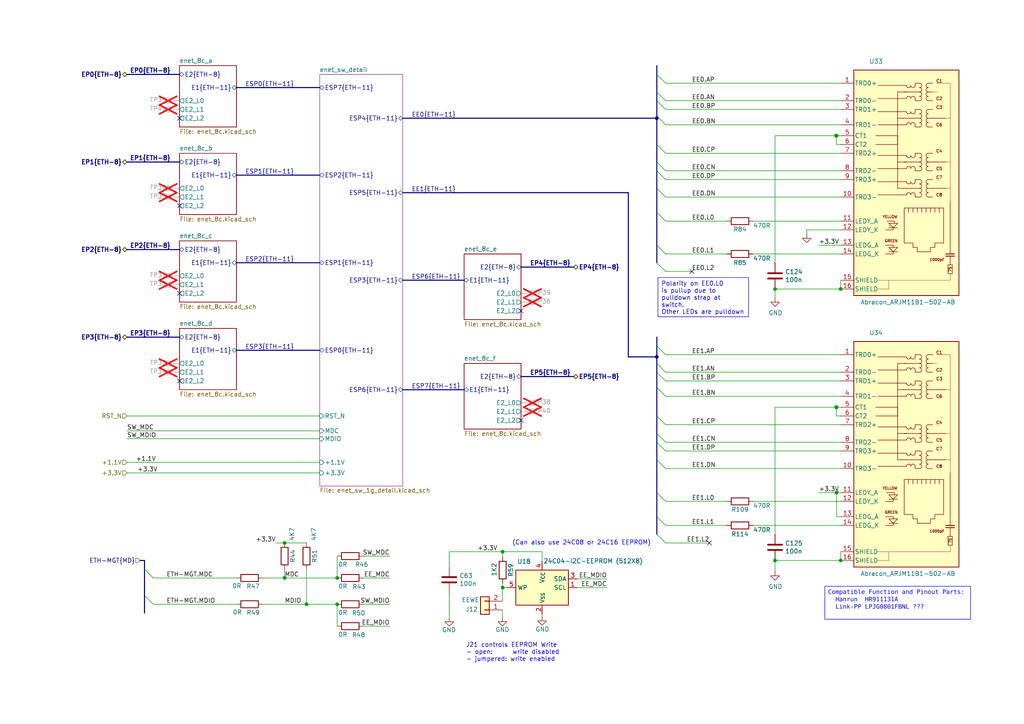
<source format=kicad_sch>
(kicad_sch (version 20231120) (generator "eeschema") (generator_version "8.0")
  (paper "A4")
  (title_block (title "Hexa-Pi") (date "2024-01/02") (rev "1.0") (company "Coxyz") (comment 1 "fjc"))
  (lib_symbols
    (symbol "CM4IO:Abracon_ARJM11B1-502-AB" (pin_names (offset 0.254))
      (property "Reference" "U" (at -2.54 67.31 0))
      (property "Value" "Abracon_ARJM11B1-502-AB" (at 0 -1.905 0))
      (symbol "Abracon_ARJM11B1-502-AB_0_1"
        (polyline (pts (xy 8.89 59.055) (xy 7.62 59.055)) (stroke (width 0.0005)))
        (polyline (pts (xy 11.43 31.115) (xy 12.7 31.115)) (stroke (width 0.0005)))
        (polyline (pts (xy 11.43 38.735) (xy 12.7 38.735)) (stroke (width 0.0005)))
        (polyline (pts (xy 11.43 51.435) (xy 12.7 51.435)) (stroke (width 0.0005)))
        (polyline (pts (xy -5.08 4.445) (xy -5.08 1.905) (xy -8.255 1.905)) (stroke (width 0.0005)))
        (polyline (pts (xy 12.7 6.35) (xy 12.7 4.445) (xy -8.255 4.445)) (stroke (width 0.0005)))
        (polyline (pts (xy 12.7 27.305) (xy 12.7 61.595) (xy 8.89 61.595)) (stroke (width 0.0005)))
        (polyline (pts (xy 3.81 31.115) (xy -2.54 31.115) (xy -2.54 38.735) (xy 0 38.735) (xy -2.54 38.735)))
        (polyline (pts (xy 3.81 51.435) (xy -2.54 51.435) (xy -2.54 59.055) (xy 0 59.055) (xy -2.54 59.055)))
      )
      (symbol "Abracon_ARJM11B1-502-AB_1_1"
        (rectangle (start -15.24 65.405) (end 15.24 0) (stroke (width 0.254)) (fill (type background)))
        (polyline (pts (xy -2.54 12.7) (xy -5.08 12.7)))
        (polyline (pts (xy -2.54 19.685) (xy -5.08 19.685)))
        (polyline (pts (xy -2.54 38.735) (xy -2.54 51.435)))
        (polyline (pts (xy -0.635 38.735) (xy 3.81 38.735)))
        (polyline (pts (xy -0.635 59.055) (xy 3.81 59.055)))
        (polyline (pts (xy 0 29.21) (xy -8.255 29.21)))
        (polyline (pts (xy 0 33.02) (xy -8.255 33.02)))
        (polyline (pts (xy 0 36.83) (xy -8.255 36.83)))
        (polyline (pts (xy 0 40.64) (xy -8.255 40.64)))
        (polyline (pts (xy 0 49.53) (xy -8.255 49.53)))
        (polyline (pts (xy 0 53.34) (xy -8.255 53.34)))
        (polyline (pts (xy 0 57.15) (xy -8.255 57.15)))
        (polyline (pts (xy 0 60.96) (xy -8.255 60.96)))
        (polyline (pts (xy 0.635 24.13) (xy 0.635 25.4)))
        (polyline (pts (xy 1.905 25.4) (xy 1.905 24.13)))
        (polyline (pts (xy 3.175 25.4) (xy 3.175 24.13)))
        (polyline (pts (xy 4.445 25.4) (xy 4.445 24.13)))
        (polyline (pts (xy 5.715 25.4) (xy 5.715 24.13)))
        (polyline (pts (xy 6.35 28.575) (xy 7.62 28.575)))
        (polyline (pts (xy 6.35 31.115) (xy 7.62 31.115)))
        (polyline (pts (xy 6.35 33.655) (xy 7.62 33.655)))
        (polyline (pts (xy 6.35 36.195) (xy 7.62 36.195)))
        (polyline (pts (xy 6.35 38.735) (xy 7.62 38.735)))
        (polyline (pts (xy 6.35 41.275) (xy 7.62 41.275)))
        (polyline (pts (xy 6.35 48.895) (xy 7.62 48.895)))
        (polyline (pts (xy 6.35 51.435) (xy 7.62 51.435)))
        (polyline (pts (xy 6.35 53.975) (xy 7.62 53.975)))
        (polyline (pts (xy 6.35 56.515) (xy 7.62 56.515)))
        (polyline (pts (xy 6.35 59.055) (xy 7.62 59.055)))
        (polyline (pts (xy 6.35 61.595) (xy 7.62 61.595)))
        (polyline (pts (xy 6.985 25.4) (xy 6.985 24.13)))
        (polyline (pts (xy 7.62 31.115) (xy 11.43 31.115)))
        (polyline (pts (xy 7.62 38.735) (xy 11.43 38.735)))
        (polyline (pts (xy 7.62 51.435) (xy 11.43 51.435)))
        (polyline (pts (xy 8.255 24.13) (xy 8.255 25.4)))
        (polyline (pts (xy 9.525 24.13) (xy 9.525 25.4)))
        (polyline (pts (xy 11.43 11.43) (xy 13.97 11.43)) (stroke (width 0.254)))
        (polyline (pts (xy 11.43 12.065) (xy 13.97 12.065)) (stroke (width 0.254)))
        (polyline (pts (xy 12.7 8.89) (xy 12.7 11.43)))
        (polyline (pts (xy 12.7 12.065) (xy 12.7 27.305)))
        (polyline (pts (xy -6.096 12.065) (xy -3.81 12.065) (xy -3.81 12.7)))
        (polyline (pts (xy -6.096 14.605) (xy -3.81 14.605) (xy -3.81 13.97)))
        (polyline (pts (xy -5.715 21.59) (xy -3.429 21.59) (xy -3.429 20.955)))
        (polyline (pts (xy -3.81 19.685) (xy -3.81 19.05) (xy -6.096 19.05)))
        (polyline (pts (xy 2.54 29.21) (xy 2.54 28.575) (xy 3.81 28.575)))
        (polyline (pts (xy 2.54 36.83) (xy 2.54 36.195) (xy 3.81 36.195)))
        (polyline (pts (xy 2.54 49.53) (xy 2.54 48.895) (xy 3.81 48.895)))
        (polyline (pts (xy 2.54 57.15) (xy 2.54 56.515) (xy 3.81 56.515)))
        (polyline (pts (xy 3.81 33.655) (xy 2.54 33.655) (xy 2.54 33.02)))
        (polyline (pts (xy 3.81 41.275) (xy 2.54 41.275) (xy 2.54 40.64)))
        (polyline (pts (xy 3.81 53.975) (xy 2.54 53.975) (xy 2.54 53.34)))
        (polyline (pts (xy 3.81 61.595) (xy 2.54 61.595) (xy 2.54 60.96)))
        (polyline (pts (xy -8.89 43.815) (xy -2.54 43.815) (xy -2.54 46.355) (xy -8.89 46.355)))
        (polyline (pts (xy -5.08 20.955) (xy -2.54 20.955) (xy -3.81 19.685) (xy -5.08 20.955)))
        (polyline (pts (xy -2.54 13.97) (xy -5.08 13.97) (xy -3.81 12.7) (xy -2.54 13.97)))
        (polyline (pts (xy -0.635 25.4) (xy 10.795 25.4) (xy 10.795 15.24) (xy 8.255 15.24) (xy 8.255 13.97) (xy 6.985 13.97) (xy 6.985 12.7) (xy 3.175 12.7) (xy 3.175 13.97) (xy 1.905 13.97) (xy 1.905 15.24) (xy -0.635 15.24) (xy -0.635 25.4)))
        (arc (start 0 33.02) (mid 0.635 32.3877) (end 1.27 33.02))
        (arc (start 0 40.64) (mid 0.635 40.0077) (end 1.27 40.64))
        (arc (start 0 53.34) (mid 0.635 52.7077) (end 1.27 53.34))
        (arc (start 0 60.96) (mid 0.635 60.3277) (end 1.27 60.96))
        (arc (start 1.27 29.21) (mid 0.635 29.8423) (end 0 29.21))
        (arc (start 1.27 33.02) (mid 1.905 32.3877) (end 2.54 33.02))
        (arc (start 1.27 36.83) (mid 0.635 37.4623) (end 0 36.83))
        (arc (start 1.27 40.64) (mid 1.905 40.0077) (end 2.54 40.64))
        (arc (start 1.27 49.53) (mid 0.635 50.1623) (end 0 49.53))
        (arc (start 1.27 53.34) (mid 1.905 52.7077) (end 2.54 53.34))
        (arc (start 1.27 57.15) (mid 0.635 57.7823) (end 0 57.15))
        (arc (start 1.27 60.96) (mid 1.905 60.3277) (end 2.54 60.96))
        (arc (start 2.54 29.21) (mid 1.905 29.8423) (end 1.27 29.21))
        (arc (start 2.54 36.83) (mid 1.905 37.4623) (end 1.27 36.83))
        (arc (start 2.54 49.53) (mid 1.905 50.1623) (end 1.27 49.53))
        (arc (start 2.54 57.15) (mid 1.905 57.7823) (end 1.27 57.15))
        (arc (start 3.81 28.575) (mid 4.4423 29.21) (end 3.81 29.845))
        (arc (start 3.81 29.845) (mid 4.4423 30.48) (end 3.81 31.115))
        (arc (start 3.81 31.115) (mid 4.4423 31.75) (end 3.81 32.385))
        (arc (start 3.81 32.385) (mid 4.4423 33.02) (end 3.81 33.655))
        (arc (start 3.81 36.195) (mid 4.4423 36.83) (end 3.81 37.465))
        (arc (start 3.81 37.465) (mid 4.4423 38.1) (end 3.81 38.735))
        (arc (start 3.81 38.735) (mid 4.4423 39.37) (end 3.81 40.005))
        (arc (start 3.81 40.005) (mid 4.4423 40.64) (end 3.81 41.275))
        (arc (start 3.81 48.895) (mid 4.4423 49.53) (end 3.81 50.165))
        (arc (start 3.81 50.165) (mid 4.4423 50.8) (end 3.81 51.435))
        (arc (start 3.81 51.435) (mid 4.4423 52.07) (end 3.81 52.705))
        (arc (start 3.81 52.705) (mid 4.4423 53.34) (end 3.81 53.975))
        (arc (start 3.81 56.515) (mid 4.4423 57.15) (end 3.81 57.785))
        (arc (start 3.81 57.785) (mid 4.4423 58.42) (end 3.81 59.055))
        (arc (start 3.81 59.055) (mid 4.4423 59.69) (end 3.81 60.325))
        (arc (start 3.81 60.325) (mid 4.4423 60.96) (end 3.81 61.595))
        (arc (start 6.35 29.845) (mid 5.7177 29.21) (end 6.35 28.575))
        (arc (start 6.35 31.115) (mid 5.7177 30.48) (end 6.35 29.845))
        (arc (start 6.35 32.385) (mid 5.7177 31.75) (end 6.35 31.115))
        (arc (start 6.35 33.655) (mid 5.7177 33.02) (end 6.35 32.385))
        (arc (start 6.35 37.465) (mid 5.7177 36.83) (end 6.35 36.195))
        (arc (start 6.35 38.735) (mid 5.7177 38.1) (end 6.35 37.465))
        (arc (start 6.35 40.005) (mid 5.7177 39.37) (end 6.35 38.735))
        (arc (start 6.35 41.275) (mid 5.7177 40.64) (end 6.35 40.005))
        (arc (start 6.35 50.165) (mid 5.7177 49.53) (end 6.35 48.895))
        (arc (start 6.35 51.435) (mid 5.7177 50.8) (end 6.35 50.165))
        (arc (start 6.35 52.705) (mid 5.7177 52.07) (end 6.35 51.435))
        (arc (start 6.35 53.975) (mid 5.7177 53.34) (end 6.35 52.705))
        (arc (start 6.35 57.785) (mid 5.7177 57.15) (end 6.35 56.515))
        (arc (start 6.35 59.055) (mid 5.7177 58.42) (end 6.35 57.785))
        (arc (start 6.35 60.325) (mid 5.7177 59.69) (end 6.35 59.055))
        (arc (start 6.35 61.595) (mid 5.7177 60.96) (end 6.35 60.325))
        (rectangle (start 13.335 6.35) (end 12.065 8.89))
        (text "1000pF" (at 8.89 10.414 0) (effects (font (size 0.762 0.762))))
        (text "75" (at 12.7 7.62 900) (effects (font (size 0.762 0.762))))
        (text "C1" (at 9.525 62.23 0) (effects (font (size 0.889 0.889))))
        (text "C2" (at 9.525 57.15 0) (effects (font (size 0.889 0.889))))
        (text "C3" (at 9.525 54.61 0) (effects (font (size 0.889 0.889))))
        (text "C4" (at 9.525 41.91 0) (effects (font (size 0.889 0.889))))
        (text "C5" (at 9.525 36.83 0) (effects (font (size 0.889 0.889))))
        (text "C6" (at 9.525 49.53 0) (effects (font (size 0.889 0.889))))
        (text "C7" (at 9.525 34.29 0) (effects (font (size 0.889 0.889))))
        (text "C8" (at 9.525 29.21 0) (effects (font (size 0.889 0.889))))
        (text "GREEN" (at -6.35 15.875 0) (effects (font (size 0.762 0.762)) (justify left)))
        (text "YELLOW" (at -6.985 22.86 0) (effects (font (size 0.762 0.762)) (justify left)))
        (pin passive line (at -19.05 61.595 0) (length 3.81) (name "TRD0+") (number "1"))
        (pin passive line (at -19.05 28.575 0) (length 3.81) (name "TRD3-") (number "10"))
        (pin passive line (at -19.05 21.59 0) (length 3.81) (name "LEDY_A") (number "11"))
        (pin passive line (at -19.05 19.05 0) (length 3.81) (name "LEDY_K") (number "12"))
        (pin passive line (at -19.05 14.605 0) (length 3.81) (name "LEDG_A") (number "13"))
        (pin passive line (at -19.05 12.065 0) (length 3.81) (name "LEDG_K") (number "14"))
        (pin passive line (at -19.05 4.445 0) (length 3.81) (name "SHIELD") (number "15"))
        (pin passive line (at -19.05 1.905 0) (length 3.81) (name "SHIELD") (number "16"))
        (pin passive line (at -19.05 56.515 0) (length 3.81) (name "TRD0-") (number "2"))
        (pin passive line (at -19.05 53.975 0) (length 3.81) (name "TRD1+") (number "3"))
        (pin passive line (at -19.05 49.53 0) (length 3.81) (name "TRD1-") (number "4"))
        (pin passive line (at -19.05 46.355 0) (length 3.81) (name "CT1") (number "5"))
        (pin passive line (at -19.05 43.815 0) (length 3.81) (name "CT2") (number "6"))
        (pin passive line (at -19.05 41.275 0) (length 3.81) (name "TRD2+") (number "7"))
        (pin passive line (at -19.05 36.195 0) (length 3.81) (name "TRD2-") (number "8"))
        (pin passive line (at -19.05 33.655 0) (length 3.81) (name "TRD3+") (number "9"))
      )
    )
    (symbol "Connector_Generic:Conn_01x02" (pin_names (offset 1.016) hide)
      (property "Reference" "J" (at 0 2.54 0))
      (property "Value" "Conn_01x02" (at 0 -5.08 0))
      (symbol "Conn_01x02_1_1"
        (rectangle (start -1.27 -2.413) (end 0 -2.667) (stroke (width 0.1524)))
        (rectangle (start -1.27 0.127) (end 0 -0.127) (stroke (width 0.1524)))
        (rectangle (start -1.27 1.27) (end 1.27 -3.81) (stroke (width 0.254)) (fill (type background)))
        (pin passive line (at -5.08 0 0) (length 3.81) (name "Pin_1") (number "1"))
        (pin passive line (at -5.08 -2.54 0) (length 3.81) (name "Pin_2") (number "2"))
      )
    )
    (symbol "Device:C" (pin_numbers hide) (pin_names (offset 0.254))
      (property "Reference" "C" (at 0.635 2.54 0))
      (property "Value" "C" (at 0.635 -2.54 0))
      (symbol "C_0_1"
        (polyline (pts (xy -2.032 -0.762) (xy 2.032 -0.762)) (stroke (width 0.508)))
        (polyline (pts (xy -2.032 0.762) (xy 2.032 0.762)) (stroke (width 0.508)))
      )
      (symbol "C_1_1"
        (pin passive line (at 0 3.81 270) (length 2.794) (name "~") (number "1"))
        (pin passive line (at 0 -3.81 90) (length 2.794) (name "~") (number "2"))
      )
    )
    (symbol "Device:R" (pin_numbers hide) (pin_names (offset 0))
      (property "Reference" "R" (at 2.032 0 90))
      (property "Value" "R" (at 0 0 90))
      (symbol "R_0_1"
        (rectangle (start -1.016 -2.54) (end 1.016 2.54) (stroke (width 0.254)))
      )
      (symbol "R_1_1"
        (pin passive line (at 0 3.81 270) (length 1.27) (name "~") (number "1"))
        (pin passive line (at 0 -3.81 90) (length 1.27) (name "~") (number "2"))
      )
    )
    (symbol "Memory_EEPROM:24AA02-OT"
      (property "Reference" "U" (at -7.62 6.35 0))
      (property "Value" "24AA02-OT" (at 2.54 -6.35 0))
      (symbol "24AA02-OT_1_1"
        (rectangle (start -7.62 5.08) (end 7.62 -5.08) (stroke (width 0.254)) (fill (type background)))
        (pin input line (at 10.16 0 180) (length 2.54) (name "SCL") (number "1"))
        (pin power_in line (at 0 -7.62 90) (length 2.54) (name "V_{SS}") (number "2"))
        (pin bidirectional line (at 10.16 2.54 180) (length 2.54) (name "SDA") (number "3"))
        (pin power_in line (at 0 7.62 270) (length 2.54) (name "V_{CC}") (number "4"))
        (pin input line (at -10.16 0 0) (length 2.54) (name "WP") (number "5"))
      )
    )
    (symbol "TestPoint_5" (pin_numbers hide) (pin_names (offset 0.762) hide) (in_bom no)
      (property "Reference" "TP" (at 0 6.858 0))
      (property "Value" "TestPoint" (at 0 5.08 0))
      (symbol "TestPoint_5_0_1"
        (circle (center 0 3.302) (radius 0.762))
      )
      (symbol "TestPoint_5_1_1"
        (pin passive line (at 0 0 90) (length 2.54) (name "1") (number "1"))
      )
    )
    (symbol "TestPoint_6" (pin_numbers hide) (pin_names (offset 0.762) hide) (in_bom no)
      (property "Reference" "TP" (at 0 6.858 0))
      (property "Value" "TestPoint" (at 0 5.08 0))
      (symbol "TestPoint_6_0_1"
        (circle (center 0 3.302) (radius 0.762))
      )
      (symbol "TestPoint_6_1_1"
        (pin passive line (at 0 0 90) (length 2.54) (name "1") (number "1"))
      )
    )
    (symbol "TestPoint_7" (pin_numbers hide) (pin_names (offset 0.762) hide) (in_bom no)
      (property "Reference" "TP" (at 0 6.858 0))
      (property "Value" "TestPoint" (at 0 5.08 0))
      (symbol "TestPoint_7_0_1"
        (circle (center 0 3.302) (radius 0.762))
      )
      (symbol "TestPoint_7_1_1"
        (pin passive line (at 0 0 90) (length 2.54) (name "1") (number "1"))
      )
    )
    (symbol "TestPoint_8" (pin_numbers hide) (pin_names (offset 0.762) hide) (in_bom no)
      (property "Reference" "TP" (at 0 6.858 0))
      (property "Value" "TestPoint" (at 0 5.08 0))
      (symbol "TestPoint_8_0_1"
        (circle (center 0 3.302) (radius 0.762))
      )
      (symbol "TestPoint_8_1_1"
        (pin passive line (at 0 0 90) (length 2.54) (name "1") (number "1"))
      )
    )
    (symbol "power:GND" (power) (pin_names (offset 0))
      (property "Value" "GND" (at 0 -3.81 0))
      (symbol "GND_0_1"
        (polyline (pts (xy 0 0) (xy 0 -1.27) (xy 1.27 -1.27) (xy 0 -2.54) (xy -1.27 -1.27) (xy 0 -1.27)))
      )
      (symbol "GND_1_1"
        (pin power_in line (at 0 0 270) (length 0) hide (name "GND") (number "1"))
      )
    )
  )
  (bus_alias "MD" (members "MDC" "MDIO"))
  (junction (at 97.79 175.26))
  (junction (at 145.796 160.02))
  (junction (at 243.84 162.56) (diameter 0.9144))
  (junction (at 88.9 175.26))
  (junction (at 242.57 118.11) (diameter 1.016))
  (junction (at 82.55 157.48))
  (junction (at 224.79 83.82))
  (junction (at 224.79 162.56))
  (junction (at 145.796 170.434))
  (junction (at 190.5 103.505))
  (junction (at 242.658 142.875))
  (junction (at 82.55 167.64))
  (junction (at 243.84 83.82) (diameter 0.9144))
  (junction (at 190.5 34.29))
  (junction (at 242.57 39.37) (diameter 1.016))
  (junction (at 97.79 167.64))
  (no_connect (at 52.07 85.09))
  (no_connect (at 52.07 110.49))
  (no_connect (at 200.66 78.74))
  (no_connect (at 52.07 34.29))
  (no_connect (at 52.07 59.69))
  (no_connect (at 205.74 157.48))
  (no_connect (at 151.13 90.17))
  (no_connect (at 151.13 121.92))
  (bus_entry (at 190.5 54.61) (size 2.54 2.54))
  (bus_entry (at 190.5 142.875) (size 2.54 2.54))
  (bus_entry (at 190.5 133.35) (size 2.54 2.54))
  (bus_entry (at 190.5 71.12) (size 2.54 2.54))
  (bus_entry (at 190.5 105.41) (size 2.54 2.54))
  (bus_entry (at 190.5 107.95) (size 2.54 2.54))
  (bus_entry (at 190.5 61.595) (size 2.54 2.54))
  (bus_entry (at 190.5 154.94) (size 2.54 2.54))
  (bus_entry (at 190.5 120.65) (size 2.54 2.54))
  (bus_entry (at 190.5 49.53) (size 2.54 2.54))
  (bus_entry (at 190.5 76.2) (size 2.54 2.54))
  (bus_entry (at 190.5 128.27) (size 2.54 2.54))
  (bus_entry (at 190.5 21.59) (size 2.54 2.54))
  (bus_entry (at 190.5 149.86) (size 2.54 2.54))
  (bus_entry (at 190.5 33.655) (size 2.54 2.54))
  (bus_entry (at 190.5 112.395) (size 2.54 2.54))
  (bus_entry (at 190.5 100.33) (size 2.54 2.54))
  (bus_entry (at 190.5 125.73) (size 2.54 2.54))
  (bus_entry (at 41.91 165.1) (size 2.54 2.54))
  (bus_entry (at 190.5 29.21) (size 2.54 2.54))
  (bus_entry (at 190.5 46.99) (size 2.54 2.54))
  (bus_entry (at 190.5 41.91) (size 2.54 2.54))
  (bus_entry (at 41.91 172.72) (size 2.54 2.54))
  (bus_entry (at 190.5 26.67) (size 2.54 2.54))
  (wire (pts (xy 167.386 167.894) (xy 176.022 167.894)))
  (wire (pts (xy 193.04 49.53) (xy 243.84 49.53)))
  (wire (pts (xy 224.79 154.94) (xy 224.79 118.11)))
  (bus (pts (xy 68.58 50.8) (xy 92.71 50.8)))
  (bus (pts (xy 190.5 49.53) (xy 190.5 54.61)))
  (wire (pts (xy 193.04 44.45) (xy 243.84 44.45)))
  (wire (pts (xy 88.9 175.26) (xy 97.79 175.26)))
  (wire (pts (xy 82.55 167.64) (xy 82.55 165.1)))
  (wire (pts (xy 193.04 123.19) (xy 243.84 123.19)))
  (bus (pts (xy 190.5 120.65) (xy 190.5 125.73)))
  (bus (pts (xy 41.91 172.72) (xy 41.91 177.8)))
  (wire (pts (xy 145.6991 170.434) (xy 145.6991 174.3659)))
  (bus (pts (xy 190.5 46.99) (xy 190.5 49.53)))
  (bus (pts (xy 190.5 21.59) (xy 190.5 26.67)))
  (wire (pts (xy 76.2 167.64) (xy 82.55 167.64)))
  (wire (pts (xy 193.04 145.415) (xy 210.82 145.415)))
  (wire (pts (xy 193.04 64.135) (xy 210.82 64.135)))
  (bus (pts (xy 68.58 76.2) (xy 92.71 76.2)))
  (wire (pts (xy 193.04 157.48) (xy 205.74 157.48)))
  (wire (pts (xy 242.57 120.65) (xy 242.57 118.11)))
  (bus (pts (xy 190.5 54.61) (xy 190.5 61.595)))
  (wire (pts (xy 130.302 171.958) (xy 130.302 179.07)))
  (wire (pts (xy 224.79 162.56) (xy 224.79 165.735)))
  (wire (pts (xy 243.84 41.91) (xy 242.57 41.91)))
  (wire (pts (xy 193.04 57.15) (xy 243.84 57.15)))
  (wire (pts (xy 36.83 127.254) (xy 92.71 127.254)))
  (wire (pts (xy 80.01 157.48) (xy 82.55 157.48)))
  (wire (pts (xy 105.41 175.26) (xy 113.03 175.26)))
  (wire (pts (xy 157.226 178.816) (xy 157.226 178.054)))
  (wire (pts (xy 105.41 167.64) (xy 113.03 167.64)))
  (wire (pts (xy 130.302 164.338) (xy 130.302 160.02)))
  (wire (pts (xy 224.79 162.56) (xy 243.84 162.56)))
  (bus (pts (xy 41.91 165.1) (xy 41.91 172.72)))
  (bus (pts (xy 190.5 103.505) (xy 182.245 103.505)))
  (bus (pts (xy 190.5 133.35) (xy 190.5 142.875)))
  (wire (pts (xy 130.302 160.02) (xy 145.796 160.02)))
  (wire (pts (xy 193.04 24.13) (xy 243.84 24.13)))
  (wire (pts (xy 193.04 73.66) (xy 210.82 73.66)))
  (wire (pts (xy 243.84 149.86) (xy 242.658 149.86)))
  (wire (pts (xy 105.41 181.61) (xy 113.03 181.61)))
  (wire (pts (xy 145.7252 179.0293) (xy 145.7252 176.9059)))
  (wire (pts (xy 36.83 134.112) (xy 92.71 134.112)))
  (bus (pts (xy 190.5 61.595) (xy 190.5 71.12)))
  (wire (pts (xy 97.79 161.29) (xy 97.79 167.64)))
  (wire (pts (xy 242.658 142.875) (xy 242.658 149.86)))
  (wire (pts (xy 193.04 31.75) (xy 243.84 31.75)))
  (wire (pts (xy 193.04 128.27) (xy 243.84 128.27)))
  (bus (pts (xy 41.91 162.56) (xy 41.91 165.1)))
  (bus (pts (xy 36.83 21.59) (xy 52.07 21.59)))
  (wire (pts (xy 145.796 160.02) (xy 145.796 161.544)))
  (wire (pts (xy 193.04 152.4) (xy 210.82 152.4)))
  (wire (pts (xy 88.9 175.26) (xy 88.9 165.1)))
  (wire (pts (xy 218.44 73.66) (xy 243.84 73.66)))
  (wire (pts (xy 44.45 167.64) (xy 68.58 167.64)))
  (wire (pts (xy 36.83 120.65) (xy 92.71 120.65)))
  (wire (pts (xy 193.04 52.07) (xy 243.84 52.07)))
  (bus (pts (xy 116.84 113.03) (xy 134.62 113.03)))
  (wire (pts (xy 243.84 81.28) (xy 243.84 83.82)))
  (wire (pts (xy 224.79 83.82) (xy 243.84 83.82)))
  (wire (pts (xy 193.04 107.95) (xy 243.84 107.95)))
  (bus (pts (xy 190.5 97.79) (xy 190.5 100.33)))
  (bus (pts (xy 190.5 41.91) (xy 190.5 46.99)))
  (wire (pts (xy 76.2 175.26) (xy 88.9 175.26)))
  (bus (pts (xy 190.5 33.655) (xy 190.5 34.29)))
  (wire (pts (xy 218.44 152.4) (xy 243.84 152.4)))
  (bus (pts (xy 190.5 34.29) (xy 190.5 41.91)))
  (wire (pts (xy 237.49 71.12) (xy 243.84 71.12)))
  (wire (pts (xy 242.57 41.91) (xy 242.57 39.37)))
  (bus (pts (xy 190.5 105.41) (xy 190.5 107.95)))
  (bus (pts (xy 190.5 26.67) (xy 190.5 29.21)))
  (bus (pts (xy 116.84 34.29) (xy 190.5 34.29)))
  (bus (pts (xy 190.5 142.875) (xy 190.5 149.86)))
  (wire (pts (xy 82.55 157.48) (xy 88.9 157.48)))
  (bus (pts (xy 36.83 97.79) (xy 52.07 97.79)))
  (bus (pts (xy 40.64 162.56) (xy 41.91 162.56)))
  (wire (pts (xy 145.6991 170.434) (xy 145.796 170.434)))
  (wire (pts (xy 145.7252 176.9059) (xy 145.6991 176.9059)))
  (wire (pts (xy 224.79 39.37) (xy 242.57 39.37)))
  (bus (pts (xy 182.245 55.88) (xy 116.84 55.88)))
  (wire (pts (xy 193.04 102.87) (xy 243.84 102.87)))
  (wire (pts (xy 193.04 78.74) (xy 200.66 78.74)))
  (bus (pts (xy 68.58 101.6) (xy 92.71 101.6)))
  (bus (pts (xy 182.245 103.505) (xy 182.245 55.88)))
  (wire (pts (xy 193.04 114.935) (xy 243.84 114.935)))
  (wire (pts (xy 243.84 39.37) (xy 242.57 39.37)))
  (wire (pts (xy 243.84 118.11) (xy 242.57 118.11)))
  (wire (pts (xy 224.79 118.11) (xy 242.57 118.11)))
  (wire (pts (xy 193.04 110.49) (xy 243.84 110.49)))
  (bus (pts (xy 190.5 29.21) (xy 190.5 33.655)))
  (wire (pts (xy 233.9996 67.827) (xy 233.9996 66.675)))
  (wire (pts (xy 242.658 142.875) (xy 243.84 142.875)))
  (wire (pts (xy 218.44 145.415) (xy 243.84 145.415)))
  (wire (pts (xy 218.44 64.135) (xy 243.84 64.135)))
  (wire (pts (xy 167.386 170.434) (xy 176.022 170.434)))
  (wire (pts (xy 97.79 175.26) (xy 97.79 181.61)))
  (bus (pts (xy 190.5 149.86) (xy 190.5 154.94)))
  (wire (pts (xy 36.83 124.968) (xy 92.71 124.968)))
  (bus (pts (xy 36.83 72.39) (xy 52.07 72.39)))
  (wire (pts (xy 193.04 29.21) (xy 243.84 29.21)))
  (wire (pts (xy 243.84 160.02) (xy 243.84 162.56)))
  (wire (pts (xy 157.226 160.02) (xy 157.226 162.814)))
  (bus (pts (xy 151.13 109.22) (xy 166.37 109.22)))
  (bus (pts (xy 36.83 46.99) (xy 52.07 46.99)))
  (wire (pts (xy 193.04 36.195) (xy 243.84 36.195)))
  (bus (pts (xy 68.58 25.4) (xy 92.71 25.4)))
  (wire (pts (xy 145.796 169.164) (xy 145.796 170.434)))
  (wire (pts (xy 193.04 135.89) (xy 243.84 135.89)))
  (bus (pts (xy 190.5 112.395) (xy 190.5 120.65)))
  (wire (pts (xy 105.41 161.29) (xy 113.03 161.29)))
  (wire (pts (xy 44.45 175.26) (xy 68.58 175.26)))
  (wire (pts (xy 36.83 137.16) (xy 92.71 137.16)))
  (bus (pts (xy 190.5 128.27) (xy 190.5 133.35)))
  (bus (pts (xy 190.5 71.12) (xy 190.5 76.2)))
  (wire (pts (xy 237.49 142.875) (xy 242.658 142.875)))
  (bus (pts (xy 151.13 77.47) (xy 166.37 77.47)))
  (bus (pts (xy 190.5 103.505) (xy 190.5 105.41)))
  (wire (pts (xy 145.796 170.434) (xy 147.066 170.434)))
  (wire (pts (xy 224.79 76.2) (xy 224.79 39.37)))
  (bus (pts (xy 190.5 107.95) (xy 190.5 112.395)))
  (wire (pts (xy 233.9996 66.675) (xy 243.84 66.675)))
  (bus (pts (xy 190.5 19.05) (xy 190.5 21.59)))
  (bus (pts (xy 190.5 125.73) (xy 190.5 128.27)))
  (wire (pts (xy 193.04 130.81) (xy 243.84 130.81)))
  (bus (pts (xy 190.5 100.33) (xy 190.5 103.505)))
  (bus (pts (xy 116.84 81.28) (xy 134.62 81.28)))
  (wire (pts (xy 224.79 83.82) (xy 224.79 86.36)))
  (wire (pts (xy 145.796 160.02) (xy 157.226 160.02)))
  (wire (pts (xy 243.84 120.65) (xy 242.57 120.65)))
  (wire (pts (xy 82.55 167.64) (xy 97.79 167.64)))
  (text_box "Polarity on EE0.L0\nis pullup due to\npulldown strap at switch.\nOther LEDs are pulldown" (at 190.8407 80.4911 0) (size 26.2608 11.3852) (effects (font (size 1.27 1.27)) (justify left top)))
  (text_box "Compatible Function and Pinout Parts:\n  Hanrun  HR911131A\n  Link-PP LPJG0801FBNL ???" (at 239.2322 170.0465 0) (size 42.2666 9.5571) (effects (font (size 1.27 1.27)) (justify left top)))
  (text "J21 controls EEPROM Write\n- open:      write disabled\n- jumpered: write enabled" (at 135.1185 192.0328 0) (effects (font (size 1.27 1.27)) (justify left bottom)))
  (text "(Can also use 24C08 or 24C16 EEPROM)" (at 148.5401 158.244 0) (effects (font (size 1.27 1.27)) (justify left bottom)))
  (label "EP2{ETH-8}" (at 49.53 72.39 180) (effects (font (bold yes))))
  (label "EE1.BP" (at 200.66 110.49 0))
  (label "ESP3{ETH-11}" (at 71.12 101.6 0))
  (label "EE0.L2" (at 200.66 78.74 0))
  (label "ETH-MGT.MDC" (at 48.26 167.64 0))
  (label "SW_MDIO" (at 36.83 127.254 0))
  (label "SW_MDIO" (at 113.03 175.26 180))
  (label "EE_MDC" (at 176.022 170.434 180))
  (label "ETH-MGT.MDIO" (at 48.26 175.26 0))
  (label "EE0.L1" (at 200.66 73.66 0))
  (label "ESP1{ETH-11}" (at 71.12 50.8 0))
  (label "SW_MDC" (at 113.03 161.29 180))
  (label "EE_MDIO" (at 176.022 167.894 180))
  (label "EE1.L0" (at 200.66 145.415 0))
  (label "EE1{ETH-11}" (at 119.38 55.88 0))
  (label "EE0.BN" (at 200.66 36.195 0))
  (label "EE1.DN" (at 200.66 135.89 0))
  (label "EE1.DP" (at 200.66 130.81 0))
  (label "EP0{ETH-8}" (at 49.53 21.59 180) (effects (font (bold yes))))
  (label "+1.1V" (at 39.37 134.112 0))
  (label "ESP6{ETH-11}" (at 119.38 81.28 0))
  (label "EE1.CP" (at 200.66 123.19 0))
  (label "ESP0{ETH-11}" (at 71.12 25.4 0))
  (label "+3.3V" (at 237.49 142.875 0))
  (label "+3.3V" (at 80.01 157.48 180))
  (label "EP3{ETH-8}" (at 49.53 97.79 180) (effects (font (bold yes))))
  (label "SW_MDC" (at 36.83 124.968 0))
  (label "MDC" (at 82.55 167.64 0))
  (label "+3.3V" (at 138.43 160.02 0))
  (label "+3.3V" (at 45.72 137.16 180))
  (label "EE0.L0" (at 200.66 64.135 0))
  (label "EP4{ETH-8}" (at 153.67 77.47 0) (effects (font (bold yes))))
  (label "EP5{ETH-8}" (at 153.67 109.22 0) (effects (font (bold yes))))
  (label "EP1{ETH-8}" (at 49.53 46.99 180) (effects (font (bold yes))))
  (label "ESP7{ETH-11}" (at 119.38 113.03 0))
  (label "EE1.L1" (at 200.66 152.4 0))
  (label "MDIO" (at 82.55 175.26 0))
  (label "ESP2{ETH-11}" (at 71.12 76.2 0))
  (label "EE0.AP" (at 200.66 24.13 0))
  (label "EE0.CN" (at 200.66 49.53 0))
  (label "EE_MDIO" (at 113.03 181.61 180))
  (label "EE1.BN" (at 200.66 114.935 0))
  (label "EE1.L2" (at 205.74 157.48 180))
  (label "EE0{ETH-11}" (at 119.38 34.29 0))
  (label "EE0.CP" (at 200.66 44.45 0))
  (label "+3.3V" (at 237.49 71.12 0))
  (label "EE0.BP" (at 200.66 31.75 0))
  (label "EE0.DN" (at 200.66 57.15 0))
  (label "EE1.AN" (at 200.66 107.95 0))
  (label "EE0.DP" (at 200.66 52.07 0))
  (label "EE1.AP" (at 200.66 102.87 0))
  (label "EE1.CN" (at 200.66 128.27 0))
  (label "EE_MDC" (at 113.03 167.64 180))
  (label "EE0.AN" (at 200.66 29.21 0))
  (hierarchical_label "EP4{ETH-8}" (shape bidirectional) (at 166.37 77.47 0) (effects (font (bold yes))))
  (hierarchical_label "EP3{ETH-8}" (shape bidirectional) (at 36.83 97.79 180) (effects (font (bold yes))))
  (hierarchical_label "EP2{ETH-8}" (shape bidirectional) (at 36.83 72.39 180) (effects (font (bold yes))))
  (hierarchical_label "EP5{ETH-8}" (shape bidirectional) (at 166.37 109.22 0) (effects (font (bold yes))))
  (hierarchical_label "+3.3V" (shape input) (at 36.83 137.16 180))
  (hierarchical_label "ETH-MGT{MD}" (shape input) (at 40.64 162.56 180))
  (hierarchical_label "EP0{ETH-8}" (shape bidirectional) (at 36.83 21.59 180) (effects (font (bold yes))))
  (hierarchical_label "EP1{ETH-8}" (shape bidirectional) (at 36.83 46.99 180) (effects (font (bold yes))))
  (hierarchical_label "RST_N" (shape input) (at 36.83 120.65 180))
  (hierarchical_label "+1.1V" (shape input) (at 36.83 134.112 180))
  (symbol (lib_name "TestPoint_6") (lib_id "Connector:TestPoint") (at 52.07 31.75 90) (mirror x) (unit 1) (in_bom no) (dnp yes)
    (property "Reference" "TP41" (at 45.847 31.496 90))
    (property "Value" "TestPoint" (effects (hide yes)))
    (property "Footprint" "TestPoint:TestPoint_Pad_D1.0mm" (effects (hide yes)))
    (property "Manuf Partno" " " (effects (hide yes)))
    (property "LCSC Part #" "DNP" (effects (hide yes)))
    (property "Part Description" "testpoint" (effects (hide yes)))
    (property "Special" "DNP" (effects (hide yes)))
  )
  (symbol (lib_id "Device:R") (at 214.63 64.135 270) (unit 1)
    (property "Reference" "R84" (at 214.63 66.4972 90))
    (property "Value" "470R" (at 220.98 65.405 90))
    (property "Footprint" "Resistor_SMD:R_0603_1608Metric" (effects (hide yes)))
    (property "LCSC Part #" "C23179" (effects (hide yes)))
    (property "Part Description" "100mW ±1% 470Ω 0603 Chip Resistor - Surface Mount" (effects (hide yes)))
  )
  (symbol (lib_id "power:GND") (at 224.79 165.735 0) (unit 1)
    (property "Reference" "#PWR029" (effects (hide yes)))
    (property "Value" "GND" (at 224.917 170.1292 0))
  )
  (symbol (lib_id "Device:C") (at 130.302 168.148 0) (unit 1)
    (property "Reference" "C63" (at 133.223 166.9796 0) (effects (justify left)))
    (property "Value" "100n" (at 133.223 169.291 0) (effects (justify left)))
    (property "Footprint" "Capacitor_SMD:C_0402_1005Metric" (effects (hide yes)))
    (property "Datasheet" "https://search.murata.co.jp/Ceramy/image/img/A01X/G101/ENG/GRM21BR71A106KA73-01.pdf" (effects (hide yes)))
    (property "LCSC Part #" "C1525" (effects (hide yes)))
    (property "Part Description" "50V 100nF X7R ±10% 0402 Multilayer Ceramic Capacitors MLCC" (effects (hide yes)))
  )
  (symbol (lib_id "Memory_EEPROM:24AA02-OT") (at 157.226 170.434 0) (unit 1)
    (property "Reference" "U18" (at 153.9798 162.8374 0) (effects (justify right)))
    (property "Value" "24C04-I2C-EEPROM (512X8)" (at 186.4969 162.7166 0) (effects (justify right)))
    (property "Footprint" "Package_TO_SOT_SMD:SOT-23-5" (effects (hide yes)))
    (property "Datasheet" "http://ww1.microchip.com/downloads/en/DeviceDoc/21709J.pdf" (effects (hide yes)))
    (property "LCSC Part #" "C232867" (effects (hide yes)))
    (property "Part Description" "SOT23-5 EEPROM 512X8" (effects (hide yes)))
  )
  (symbol (lib_id "Device:R") (at 214.63 73.66 270) (unit 1)
    (property "Reference" "R85" (at 214.63 76.2 90))
    (property "Value" "470R" (at 220.98 74.93 90))
    (property "Footprint" "Resistor_SMD:R_0603_1608Metric" (effects (hide yes)))
    (property "LCSC Part #" "C23179" (effects (hide yes)))
    (property "Part Description" "100mW ±1% 470Ω 0603 Chip Resistor - Surface Mount" (effects (hide yes)))
  )
  (symbol (lib_id "CM4IO:Abracon_ARJM11B1-502-AB") (at 262.89 164.465 0) (unit 1)
    (property "Reference" "U34" (at 252.095 96.52 0) (effects (justify left)))
    (property "Value" "Abracon_ARJM11B1-502-AB" (at 249.555 166.37 0) (effects (justify left)))
    (property "Footprint" "CM4IO:ARJM11B1-502-AB" (effects (hide yes)))
    (property "Datasheet" "https://abracon.com/Magnetics/ARJM11.pdf" (effects (hide yes)))
    (property "LCSC Part #" "C240190" (effects (hide yes)))
    (property "Part Description" "ARJM11B1-502-AB Ethernet Modular Connectors (RJ45) with LEDs" (effects (hide yes)))
    (property "Special" "TH" (effects (hide yes)))
  )
  (symbol (lib_id "Device:C") (at 224.79 158.75 0) (unit 1)
    (property "Reference" "C125" (at 227.711 157.5816 0) (effects (justify left)))
    (property "Value" "100n" (at 227.711 159.893 0) (effects (justify left)))
    (property "Footprint" "Capacitor_SMD:C_0402_1005Metric" (effects (hide yes)))
    (property "Datasheet" "https://search.murata.co.jp/Ceramy/image/img/A01X/G101/ENG/GRM21BR71A106KA73-01.pdf" (effects (hide yes)))
    (property "LCSC Part #" "C1525" (effects (hide yes)))
    (property "Part Description" "50V 100nF X7R ±10% 0402 Multilayer Ceramic Capacitors MLCC" (effects (hide yes)))
  )
  (symbol (lib_id "Connector_Generic:Conn_01x02") (at 140.6191 176.9059 180) (unit 1)
    (property "Reference" "J12" (at 138.6085 176.7331 0) (effects (justify left)))
    (property "Value" "EEWE" (at 139.0213 173.9981 0) (effects (justify left)))
    (property "Footprint" "Connector_PinHeader_2.54mm:PinHeader_1x02_P2.54mm_Vertical" (effects (hide yes)))
    (property "Special" "TH" (effects (hide yes)))
    (property "LCSC Part #" "C7501580" (effects (hide yes)))
    (property "Part Description" "1X2 2.54mm Straight Pin Header" (effects (hide yes)))
  )
  (symbol (lib_id "power:GND") (at 233.9996 67.827 0) (unit 1)
    (property "Reference" "#PWR06" (effects (hide yes)))
    (property "Value" "GND" (effects (hide yes)))
  )
  (symbol (lib_id "Device:R") (at 214.63 145.415 270) (unit 1)
    (property "Reference" "R109" (at 214.63 147.7772 90))
    (property "Value" "470R" (at 220.98 146.685 90))
    (property "Footprint" "Resistor_SMD:R_0603_1608Metric" (effects (hide yes)))
    (property "LCSC Part #" "C23179" (effects (hide yes)))
    (property "Part Description" "100mW ±1% 470Ω 0603 Chip Resistor - Surface Mount" (effects (hide yes)))
  )
  (symbol (lib_id "Device:R") (at 101.6 167.64 270) (unit 1)
    (property "Reference" "R43" (at 104.14 170.18 90))
    (property "Value" "0R" (at 99.441 170.053 90))
    (property "Footprint" "Resistor_SMD:R_0603_1608Metric_Pad0.98x0.95mm_HandSolder" (effects (hide yes)))
    (property "LCSC Part #" "C21189" (effects (hide yes)))
    (property "Part Description" "100mW ±1% 0Ω 0603 Chip Resistor - Surface Mount" (effects (hide yes)))
  )
  (symbol (lib_id "Device:R") (at 101.6 161.29 270) (unit 1)
    (property "Reference" "R46" (at 104.902 163.703 90))
    (property "Value" "0R" (at 99.441 163.703 90))
    (property "Footprint" "Resistor_SMD:R_0603_1608Metric_Pad0.98x0.95mm_HandSolder" (effects (hide yes)))
    (property "LCSC Part #" "C21189" (effects (hide yes)))
    (property "Part Description" "100mW ±1% 0Ω 0603 Chip Resistor - Surface Mount" (effects (hide yes)))
  )
  (symbol (lib_id "power:GND") (at 157.226 178.816 0) (unit 1)
    (property "Reference" "#PWR027" (effects (hide yes)))
    (property "Value" "GND" (at 157.3087 182.4859 0))
  )
  (symbol (lib_id "Device:R") (at 145.796 165.354 0) (unit 1)
    (property "Reference" "R59" (at 148.1582 165.354 90))
    (property "Value" "1K2" (at 143.326 165.1996 90))
    (property "Footprint" "Resistor_SMD:R_0603_1608Metric" (effects (hide yes)))
    (property "LCSC Part #" "C22765" (effects (hide yes)))
    (property "Part Description" "100mW ±1% 1.2kΩ 0603 Chip Resistor - Surface Mount" (effects (hide yes)))
  )
  (symbol (lib_id "power:GND") (at 145.7252 179.0293 0) (unit 1)
    (property "Reference" "#PWR026" (effects (hide yes)))
    (property "Value" "GND" (at 145.7123 182.6364 0))
  )
  (symbol (lib_name "TestPoint_5") (lib_id "Connector:TestPoint") (at 52.07 29.21 90) (mirror x) (unit 1) (in_bom no) (dnp yes)
    (property "Reference" "TP37" (at 45.847 28.956 90))
    (property "Value" "TestPoint" (effects (hide yes)))
    (property "Footprint" "TestPoint:TestPoint_Pad_D1.0mm" (effects (hide yes)))
    (property "Manuf Partno" " " (effects (hide yes)))
    (property "LCSC Part #" "DNP" (effects (hide yes)))
    (property "Part Description" "testpoint" (effects (hide yes)))
    (property "Special" "DNP" (effects (hide yes)))
  )
  (symbol (lib_id "CM4IO:Abracon_ARJM11B1-502-AB") (at 262.89 85.725 0) (unit 1)
    (property "Reference" "U33" (at 252.095 17.78 0) (effects (justify left)))
    (property "Value" "Abracon_ARJM11B1-502-AB" (at 249.555 87.63 0) (effects (justify left)))
    (property "Footprint" "CM4IO:ARJM11B1-502-AB" (effects (hide yes)))
    (property "Datasheet" "https://abracon.com/Magnetics/ARJM11.pdf" (effects (hide yes)))
    (property "LCSC Part #" "C240190" (effects (hide yes)))
    (property "Part Description" "ARJM11B1-502-AB Ethernet Modular Connectors (RJ45) with LEDs" (effects (hide yes)))
    (property "Special" "TH" (effects (hide yes)))
  )
  (symbol (lib_id "Device:R") (at 101.6 181.61 270) (unit 1)
    (property "Reference" "R48" (at 104.013 184.15 90))
    (property "Value" "0R" (at 99.441 184.023 90))
    (property "Footprint" "Resistor_SMD:R_0603_1608Metric_Pad0.98x0.95mm_HandSolder" (effects (hide yes)))
    (property "LCSC Part #" "C21189" (effects (hide yes)))
    (property "Part Description" "100mW ±1% 0Ω 0603 Chip Resistor - Surface Mount" (effects (hide yes)))
  )
  (symbol (lib_name "TestPoint_6") (lib_id "Connector:TestPoint") (at 52.07 82.55 90) (mirror x) (unit 1) (in_bom no) (dnp yes)
    (property "Reference" "TP32" (at 45.847 82.296 90))
    (property "Value" "TestPoint" (effects (hide yes)))
    (property "Footprint" "TestPoint:TestPoint_Pad_D1.0mm" (effects (hide yes)))
    (property "Manuf Partno" " " (effects (hide yes)))
    (property "LCSC Part #" "DNP" (effects (hide yes)))
    (property "Part Description" "testpoint" (effects (hide yes)))
    (property "Special" "DNP" (effects (hide yes)))
  )
  (symbol (lib_name "TestPoint_5") (lib_id "Connector:TestPoint") (at 52.07 54.61 90) (mirror x) (unit 1) (in_bom no) (dnp yes)
    (property "Reference" "TP30" (at 45.847 54.356 90))
    (property "Value" "TestPoint" (effects (hide yes)))
    (property "Footprint" "TestPoint:TestPoint_Pad_D1.0mm" (effects (hide yes)))
    (property "Manuf Partno" " " (effects (hide yes)))
    (property "LCSC Part #" "DNP" (effects (hide yes)))
    (property "Part Description" "testpoint" (effects (hide yes)))
    (property "Special" "DNP" (effects (hide yes)))
  )
  (symbol (lib_name "TestPoint_7") (lib_id "Connector:TestPoint") (at 151.13 116.84 270) (unit 1) (in_bom no) (dnp yes)
    (property "Reference" "TP38" (at 157.353 116.586 90))
    (property "Value" "TestPoint" (effects (hide yes)))
    (property "Footprint" "TestPoint:TestPoint_Pad_D1.0mm" (effects (hide yes)))
    (property "Manuf Partno" " " (effects (hide yes)))
    (property "LCSC Part #" "DNP" (effects (hide yes)))
    (property "Part Description" "testpoint" (effects (hide yes)))
    (property "Special" "DNP" (effects (hide yes)))
  )
  (symbol (lib_id "Device:C") (at 224.79 80.01 0) (unit 1)
    (property "Reference" "C124" (at 227.711 78.8416 0) (effects (justify left)))
    (property "Value" "100n" (at 227.711 81.153 0) (effects (justify left)))
    (property "Footprint" "Capacitor_SMD:C_0402_1005Metric" (effects (hide yes)))
    (property "Datasheet" "https://search.murata.co.jp/Ceramy/image/img/A01X/G101/ENG/GRM21BR71A106KA73-01.pdf" (effects (hide yes)))
    (property "LCSC Part #" "C1525" (effects (hide yes)))
    (property "Part Description" "50V 100nF X7R ±10% 0402 Multilayer Ceramic Capacitors MLCC" (effects (hide yes)))
  )
  (symbol (lib_name "TestPoint_5") (lib_id "Connector:TestPoint") (at 151.13 85.09 270) (unit 1) (in_bom no) (dnp yes)
    (property "Reference" "TP39" (at 157.353 84.836 90))
    (property "Value" "TestPoint" (effects (hide yes)))
    (property "Footprint" "TestPoint:TestPoint_Pad_D1.0mm" (effects (hide yes)))
    (property "Manuf Partno" " " (effects (hide yes)))
    (property "LCSC Part #" "DNP" (effects (hide yes)))
    (property "Part Description" "testpoint" (effects (hide yes)))
    (property "Special" "DNP" (effects (hide yes)))
  )
  (symbol (lib_id "Device:R") (at 214.63 152.4 270) (unit 1)
    (property "Reference" "R114" (at 214.63 154.94 90))
    (property "Value" "470R" (at 220.98 153.67 90))
    (property "Footprint" "Resistor_SMD:R_0603_1608Metric" (effects (hide yes)))
    (property "LCSC Part #" "C23179" (effects (hide yes)))
    (property "Part Description" "100mW ±1% 470Ω 0603 Chip Resistor - Surface Mount" (effects (hide yes)))
  )
  (symbol (lib_name "TestPoint_5") (lib_id "Connector:TestPoint") (at 52.07 80.01 90) (mirror x) (unit 1) (in_bom no) (dnp yes)
    (property "Reference" "TP31" (at 45.847 79.756 90))
    (property "Value" "TestPoint" (effects (hide yes)))
    (property "Footprint" "TestPoint:TestPoint_Pad_D1.0mm" (effects (hide yes)))
    (property "Manuf Partno" " " (effects (hide yes)))
    (property "LCSC Part #" "DNP" (effects (hide yes)))
    (property "Part Description" "testpoint" (effects (hide yes)))
    (property "Special" "DNP" (effects (hide yes)))
  )
  (symbol (lib_id "Device:R") (at 82.55 161.29 0) (unit 1)
    (property "Reference" "R44" (at 84.9122 161.29 90))
    (property "Value" "4K7" (at 84.6836 154.94 90))
    (property "Footprint" "Resistor_SMD:R_0603_1608Metric" (effects (hide yes)))
    (property "LCSC Part #" "C23162" (effects (hide yes)))
    (property "Part Description" "100mW  ±1% 4.7kΩ 0603 Chip Resistor - Surface Mount" (effects (hide yes)))
  )
  (symbol (lib_name "TestPoint_6") (lib_id "Connector:TestPoint") (at 52.07 57.15 90) (mirror x) (unit 1) (in_bom no) (dnp yes)
    (property "Reference" "TP35" (at 45.847 56.896 90))
    (property "Value" "TestPoint" (effects (hide yes)))
    (property "Footprint" "TestPoint:TestPoint_Pad_D1.0mm" (effects (hide yes)))
    (property "Manuf Partno" " " (effects (hide yes)))
    (property "LCSC Part #" "DNP" (effects (hide yes)))
    (property "Part Description" "testpoint" (effects (hide yes)))
    (property "Special" "DNP" (effects (hide yes)))
  )
  (symbol (lib_id "Device:R") (at 72.39 167.64 270) (unit 1)
    (property "Reference" "R47" (at 73.406 170.053 90))
    (property "Value" "0R" (at 68.707 169.926 90))
    (property "Footprint" "Resistor_SMD:R_0603_1608Metric_Pad0.98x0.95mm_HandSolder" (effects (hide yes)))
    (property "LCSC Part #" "C21189" (effects (hide yes)))
    (property "Part Description" "100mW ±1% 0Ω 0603 Chip Resistor - Surface Mount" (effects (hide yes)))
  )
  (symbol (lib_name "TestPoint_5") (lib_id "Connector:TestPoint") (at 52.07 105.41 90) (mirror x) (unit 1) (in_bom no) (dnp yes)
    (property "Reference" "TP33" (at 45.847 105.156 90))
    (property "Value" "TestPoint" (effects (hide yes)))
    (property "Footprint" "TestPoint:TestPoint_Pad_D1.0mm" (effects (hide yes)))
    (property "Manuf Partno" " " (effects (hide yes)))
    (property "LCSC Part #" "DNP" (effects (hide yes)))
    (property "Part Description" "testpoint" (effects (hide yes)))
    (property "Special" "DNP" (effects (hide yes)))
  )
  (symbol (lib_id "Device:R") (at 72.39 175.26 270) (unit 1)
    (property "Reference" "R49" (at 73.406 177.673 90))
    (property "Value" "0R" (at 68.834 177.546 90))
    (property "Footprint" "Resistor_SMD:R_0603_1608Metric_Pad0.98x0.95mm_HandSolder" (effects (hide yes)))
    (property "LCSC Part #" "C21189" (effects (hide yes)))
    (property "Part Description" "100mW ±1% 0Ω 0603 Chip Resistor - Surface Mount" (effects (hide yes)))
  )
  (symbol (lib_name "TestPoint_6") (lib_id "Connector:TestPoint") (at 151.13 87.63 270) (unit 1) (in_bom no) (dnp yes)
    (property "Reference" "TP36" (at 157.353 87.376 90))
    (property "Value" "TestPoint" (effects (hide yes)))
    (property "Footprint" "TestPoint:TestPoint_Pad_D1.0mm" (effects (hide yes)))
    (property "Manuf Partno" " " (effects (hide yes)))
    (property "LCSC Part #" "DNP" (effects (hide yes)))
    (property "Part Description" "testpoint" (effects (hide yes)))
    (property "Special" "DNP" (effects (hide yes)))
  )
  (symbol (lib_id "power:GND") (at 224.79 86.36 0) (unit 1)
    (property "Reference" "#PWR028" (effects (hide yes)))
    (property "Value" "GND" (at 224.917 90.7542 0))
  )
  (symbol (lib_id "Device:R") (at 88.9 161.29 0) (unit 1)
    (property "Reference" "R51" (at 91.2622 161.29 90))
    (property "Value" "4K7" (at 91.0336 154.94 90))
    (property "Footprint" "Resistor_SMD:R_0603_1608Metric" (effects (hide yes)))
    (property "LCSC Part #" "C23162" (effects (hide yes)))
    (property "Part Description" "100mW  ±1% 4.7kΩ 0603 Chip Resistor - Surface Mount" (effects (hide yes)))
  )
  (symbol (lib_name "TestPoint_6") (lib_id "Connector:TestPoint") (at 52.07 107.95 90) (mirror x) (unit 1) (in_bom no) (dnp yes)
    (property "Reference" "TP34" (at 45.847 107.696 90))
    (property "Value" "TestPoint" (effects (hide yes)))
    (property "Footprint" "TestPoint:TestPoint_Pad_D1.0mm" (effects (hide yes)))
    (property "Manuf Partno" " " (effects (hide yes)))
    (property "LCSC Part #" "DNP" (effects (hide yes)))
    (property "Part Description" "testpoint" (effects (hide yes)))
    (property "Special" "DNP" (effects (hide yes)))
  )
  (symbol (lib_id "Device:R") (at 101.6 175.26 270) (unit 1)
    (property "Reference" "R50" (at 104.013 177.8 90))
    (property "Value" "0R" (at 99.441 177.673 90))
    (property "Footprint" "Resistor_SMD:R_0603_1608Metric_Pad0.98x0.95mm_HandSolder" (effects (hide yes)))
    (property "LCSC Part #" "C21189" (effects (hide yes)))
    (property "Part Description" "100mW ±1% 0Ω 0603 Chip Resistor - Surface Mount" (effects (hide yes)))
  )
  (symbol (lib_name "TestPoint_8") (lib_id "Connector:TestPoint") (at 151.13 119.38 270) (unit 1) (in_bom no) (dnp yes)
    (property "Reference" "TP40" (at 157.353 119.126 90))
    (property "Value" "TestPoint" (effects (hide yes)))
    (property "Footprint" "TestPoint:TestPoint_Pad_D1.0mm" (effects (hide yes)))
    (property "Manuf Partno" " " (effects (hide yes)))
    (property "LCSC Part #" "DNP" (effects (hide yes)))
    (property "Part Description" "testpoint" (effects (hide yes)))
    (property "Special" "DNP" (effects (hide yes)))
  )
  (symbol (lib_id "power:GND") (at 130.302 179.07 0) (unit 1)
    (property "Reference" "#PWR025" (effects (hide yes)))
    (property "Value" "GND" (at 130.216 182.6923 0))
  )
  (sheet (at 134.62 105.41) (size 16.51 19.05) (stroke (width 0.1524))
    (property "Sheetname" "enet_8c_f" (at 134.62 104.6984 0) (effects (justify left bottom)))
    (property "Sheetfile" "enet_8c.kicad_sch" (at 134.62 125.0446 0) (effects (justify left top)))
    (pin "E1{ETH-11}" bidirectional (at 134.62 113.03 180))
    (pin "E2_L0" output (at 151.13 116.84 0))
    (pin "E2_L1" output (at 151.13 119.38 0))
    (pin "E2_L2" output (at 151.13 121.92 0))
    (pin "E2{ETH-8}" bidirectional (at 151.13 109.22 0))
  )
  (sheet (at 52.07 95.25) (size 16.51 17.78) (stroke (width 0.1524))
    (property "Sheetname" "enet_8c_d" (at 52.07 94.5384 0) (effects (justify left bottom)))
    (property "Sheetfile" "enet_8c.kicad_sch" (at 52.07 113.6146 0) (effects (justify left top)))
    (pin "E1{ETH-11}" bidirectional (at 68.58 101.6 0))
    (pin "E2_L0" output (at 52.07 105.41 180))
    (pin "E2_L1" output (at 52.07 107.95 180))
    (pin "E2_L2" output (at 52.07 110.49 180))
    (pin "E2{ETH-8}" bidirectional (at 52.07 97.79 180))
  )
  (sheet (at 92.71 21.59) (size 24.13 119.38) (stroke (width 0.001) (color 132 0 132 1)) (fill (color 255 255 255 0.0000))
    (property "Sheetname" "enet_sw_detail" (at 92.71 20.9541 0) (effects (justify left bottom)))
    (property "Sheetfile" "enet_sw_1g_detail.kicad_sch" (at 92.71 141.4789 0) (effects (justify left top)))
    (pin "+3.3V" input (at 92.71 137.16 180))
    (pin "RST_N" input (at 92.71 120.65 180))
    (pin "MDC" input (at 92.71 124.968 180))
    (pin "MDIO" input (at 92.71 127.254 180))
    (pin "+1.1V" input (at 92.71 134.112 180))
    (pin "ESP7{ETH-11}" bidirectional (at 92.71 25.4 180))
    (pin "ESP2{ETH-11}" bidirectional (at 92.71 50.8 180))
    (pin "ESP1{ETH-11}" bidirectional (at 92.71 76.2 180))
    (pin "ESP4{ETH-11}" bidirectional (at 116.84 34.29 0))
    (pin "ESP3{ETH-11}" bidirectional (at 116.84 81.28 0))
    (pin "ESP5{ETH-11}" bidirectional (at 116.84 55.88 0))
    (pin "ESP6{ETH-11}" bidirectional (at 116.84 113.03 0))
    (pin "ESP0{ETH-11}" bidirectional (at 92.71 101.6 180))
  )
  (sheet (at 52.07 19.05) (size 16.51 17.78) (stroke (width 0.1524))
    (property "Sheetname" "enet_8c_a" (at 52.07 18.3384 0) (effects (justify left bottom)))
    (property "Sheetfile" "enet_8c.kicad_sch" (at 52.07 37.4146 0) (effects (justify left top)))
    (pin "E1{ETH-11}" bidirectional (at 68.58 25.4 0))
    (pin "E2_L0" output (at 52.07 29.21 180))
    (pin "E2_L1" output (at 52.07 31.75 180))
    (pin "E2_L2" output (at 52.07 34.29 180))
    (pin "E2{ETH-8}" bidirectional (at 52.07 21.59 180))
  )
  (sheet (at 134.62 73.66) (size 16.51 19.05) (stroke (width 0.1524))
    (property "Sheetname" "enet_8c_e" (at 134.62 72.9484 0) (effects (justify left bottom)))
    (property "Sheetfile" "enet_8c.kicad_sch" (at 134.62 93.2946 0) (effects (justify left top)))
    (pin "E1{ETH-11}" bidirectional (at 134.62 81.28 180))
    (pin "E2_L0" output (at 151.13 85.09 0))
    (pin "E2_L1" output (at 151.13 87.63 0))
    (pin "E2_L2" output (at 151.13 90.17 0))
    (pin "E2{ETH-8}" bidirectional (at 151.13 77.47 0))
  )
  (sheet (at 52.07 44.45) (size 16.51 17.78) (stroke (width 0.1524))
    (property "Sheetname" "enet_8c_b" (at 52.07 43.7384 0) (effects (justify left bottom)))
    (property "Sheetfile" "enet_8c.kicad_sch" (at 52.07 62.8146 0) (effects (justify left top)))
    (pin "E1{ETH-11}" bidirectional (at 68.58 50.8 0))
    (pin "E2_L0" output (at 52.07 54.61 180))
    (pin "E2_L1" output (at 52.07 57.15 180))
    (pin "E2_L2" output (at 52.07 59.69 180))
    (pin "E2{ETH-8}" bidirectional (at 52.07 46.99 180))
  )
  (sheet (at 52.07 69.85) (size 16.51 17.78) (stroke (width 0.1524))
    (property "Sheetname" "enet_8c_c" (at 52.07 69.1384 0) (effects (justify left bottom)))
    (property "Sheetfile" "enet_8c.kicad_sch" (at 52.07 88.2146 0) (effects (justify left top)))
    (pin "E1{ETH-11}" bidirectional (at 68.58 76.2 0))
    (pin "E2_L0" output (at 52.07 80.01 180))
    (pin "E2_L1" output (at 52.07 82.55 180))
    (pin "E2_L2" output (at 52.07 85.09 180))
    (pin "E2{ETH-8}" bidirectional (at 52.07 72.39 180))
  )
)
</source>
